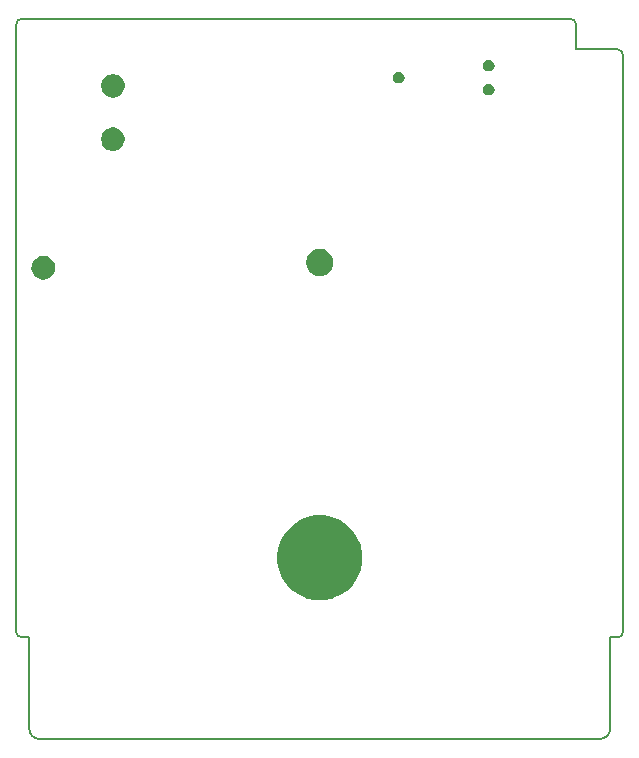
<source format=gbr>
G04 #@! TF.GenerationSoftware,KiCad,Pcbnew,5.1.2-f72e74a~84~ubuntu19.04.1*
G04 #@! TF.CreationDate,2019-06-20T20:29:00+03:00*
G04 #@! TF.ProjectId,GB-CART2M-A,47422d43-4152-4543-924d-2d412e6b6963,v1.1*
G04 #@! TF.SameCoordinates,Original*
G04 #@! TF.FileFunction,Soldermask,Bot*
G04 #@! TF.FilePolarity,Negative*
%FSLAX46Y46*%
G04 Gerber Fmt 4.6, Leading zero omitted, Abs format (unit mm)*
G04 Created by KiCad (PCBNEW 5.1.2-f72e74a~84~ubuntu19.04.1) date 2019-06-20 20:29:00*
%MOMM*%
%LPD*%
G04 APERTURE LIST*
%ADD10C,0.150000*%
%ADD11C,0.100000*%
G04 APERTURE END LIST*
D10*
X74800000Y-91400000D02*
G75*
G02X74300000Y-90900000I0J500000D01*
G01*
X74300000Y-39500000D02*
G75*
G02X74800000Y-39000000I500000J0D01*
G01*
X121200000Y-39000000D02*
G75*
G02X121700000Y-39500000I0J-500000D01*
G01*
X125200000Y-41600000D02*
G75*
G02X125700000Y-42100000I0J-500000D01*
G01*
X125700000Y-90900000D02*
G75*
G02X125200000Y-91400000I-500000J0D01*
G01*
X76300000Y-100000000D02*
G75*
G02X75400000Y-99100000I0J900000D01*
G01*
X124600000Y-99100000D02*
G75*
G02X123700000Y-100000000I-900000J0D01*
G01*
X121700000Y-39500000D02*
X121700000Y-41600000D01*
X74800000Y-39000000D02*
X121200000Y-39000000D01*
X125200000Y-41600000D02*
X121700000Y-41600000D01*
X74300000Y-90900000D02*
X74300000Y-39500000D01*
X75400000Y-91400000D02*
X74800000Y-91400000D01*
X75400000Y-99100000D02*
X75400000Y-91400000D01*
X125700000Y-90900000D02*
X125700000Y-42100000D01*
X124600000Y-91400000D02*
X125200000Y-91400000D01*
X124600000Y-99100000D02*
X124600000Y-91400000D01*
X76300000Y-100000000D02*
X123700000Y-100000000D01*
D11*
G36*
X101050081Y-81188346D02*
G01*
X101050083Y-81188347D01*
X101050084Y-81188347D01*
X101292095Y-81288591D01*
X101705240Y-81459721D01*
X102294866Y-81853697D01*
X102796303Y-82355134D01*
X103190279Y-82944760D01*
X103461654Y-83599919D01*
X103600000Y-84295431D01*
X103600000Y-85004569D01*
X103461654Y-85700081D01*
X103190279Y-86355240D01*
X102796303Y-86944866D01*
X102294866Y-87446303D01*
X101705240Y-87840279D01*
X101292095Y-88011409D01*
X101050084Y-88111653D01*
X101050083Y-88111653D01*
X101050081Y-88111654D01*
X100354569Y-88250000D01*
X99645431Y-88250000D01*
X98949919Y-88111654D01*
X98949917Y-88111653D01*
X98949916Y-88111653D01*
X98707905Y-88011409D01*
X98294760Y-87840279D01*
X97705134Y-87446303D01*
X97203697Y-86944866D01*
X96809721Y-86355240D01*
X96538346Y-85700081D01*
X96400000Y-85004569D01*
X96400000Y-84295431D01*
X96538346Y-83599919D01*
X96809721Y-82944760D01*
X97203697Y-82355134D01*
X97705134Y-81853697D01*
X98294760Y-81459721D01*
X98707905Y-81288591D01*
X98949916Y-81188347D01*
X98949917Y-81188347D01*
X98949919Y-81188346D01*
X99645431Y-81050000D01*
X100354569Y-81050000D01*
X101050081Y-81188346D01*
X101050081Y-81188346D01*
G37*
G36*
X76795090Y-59119214D02*
G01*
X76891689Y-59138429D01*
X77073678Y-59213811D01*
X77237463Y-59323249D01*
X77376751Y-59462537D01*
X77486189Y-59626322D01*
X77561571Y-59808311D01*
X77561571Y-59808313D01*
X77596805Y-59985443D01*
X77600000Y-60001509D01*
X77600000Y-60198491D01*
X77561571Y-60391689D01*
X77486189Y-60573678D01*
X77376751Y-60737463D01*
X77237463Y-60876751D01*
X77073678Y-60986189D01*
X76891689Y-61061571D01*
X76795090Y-61080785D01*
X76698493Y-61100000D01*
X76501507Y-61100000D01*
X76404910Y-61080785D01*
X76308311Y-61061571D01*
X76126322Y-60986189D01*
X75962537Y-60876751D01*
X75823249Y-60737463D01*
X75713811Y-60573678D01*
X75638429Y-60391689D01*
X75600000Y-60198491D01*
X75600000Y-60001509D01*
X75603196Y-59985443D01*
X75638429Y-59808313D01*
X75638429Y-59808311D01*
X75713811Y-59626322D01*
X75823249Y-59462537D01*
X75962537Y-59323249D01*
X76126322Y-59213811D01*
X76308311Y-59138429D01*
X76404910Y-59119214D01*
X76501507Y-59100000D01*
X76698493Y-59100000D01*
X76795090Y-59119214D01*
X76795090Y-59119214D01*
G37*
G36*
X100335443Y-58544194D02*
G01*
X100335446Y-58544195D01*
X100335445Y-58544195D01*
X100544728Y-58630883D01*
X100733083Y-58756738D01*
X100893262Y-58916917D01*
X101019117Y-59105272D01*
X101032851Y-59138429D01*
X101105806Y-59314557D01*
X101150000Y-59536735D01*
X101150000Y-59763265D01*
X101105806Y-59985443D01*
X101105805Y-59985445D01*
X101019117Y-60194728D01*
X101016601Y-60198493D01*
X100893263Y-60383082D01*
X100733082Y-60543263D01*
X100687561Y-60573679D01*
X100544728Y-60669117D01*
X100382855Y-60736167D01*
X100335443Y-60755806D01*
X100113265Y-60800000D01*
X99886735Y-60800000D01*
X99664557Y-60755806D01*
X99617145Y-60736167D01*
X99455272Y-60669117D01*
X99312439Y-60573679D01*
X99266918Y-60543263D01*
X99106737Y-60383082D01*
X98983399Y-60198493D01*
X98980883Y-60194728D01*
X98894195Y-59985445D01*
X98894194Y-59985443D01*
X98850000Y-59763265D01*
X98850000Y-59536735D01*
X98894194Y-59314557D01*
X98967149Y-59138429D01*
X98980883Y-59105272D01*
X99106738Y-58916917D01*
X99266917Y-58756738D01*
X99455272Y-58630883D01*
X99664555Y-58544195D01*
X99664554Y-58544195D01*
X99664557Y-58544194D01*
X99886735Y-58500000D01*
X100113265Y-58500000D01*
X100335443Y-58544194D01*
X100335443Y-58544194D01*
G37*
G36*
X82695090Y-48219215D02*
G01*
X82791689Y-48238429D01*
X82973678Y-48313811D01*
X83137463Y-48423249D01*
X83276751Y-48562537D01*
X83386189Y-48726322D01*
X83461571Y-48908311D01*
X83500000Y-49101509D01*
X83500000Y-49298491D01*
X83461571Y-49491689D01*
X83386189Y-49673678D01*
X83276751Y-49837463D01*
X83137463Y-49976751D01*
X82973678Y-50086189D01*
X82791689Y-50161571D01*
X82695090Y-50180785D01*
X82598493Y-50200000D01*
X82401507Y-50200000D01*
X82304910Y-50180785D01*
X82208311Y-50161571D01*
X82026322Y-50086189D01*
X81862537Y-49976751D01*
X81723249Y-49837463D01*
X81613811Y-49673678D01*
X81538429Y-49491689D01*
X81500000Y-49298491D01*
X81500000Y-49101509D01*
X81538429Y-48908311D01*
X81613811Y-48726322D01*
X81723249Y-48562537D01*
X81862537Y-48423249D01*
X82026322Y-48313811D01*
X82208311Y-48238429D01*
X82304910Y-48219214D01*
X82401507Y-48200000D01*
X82598493Y-48200000D01*
X82695090Y-48219215D01*
X82695090Y-48219215D01*
G37*
G36*
X82695090Y-43719215D02*
G01*
X82791689Y-43738429D01*
X82973678Y-43813811D01*
X83137463Y-43923249D01*
X83276751Y-44062537D01*
X83386189Y-44226322D01*
X83461571Y-44408311D01*
X83461571Y-44408313D01*
X83495140Y-44577072D01*
X83500000Y-44601509D01*
X83500000Y-44798491D01*
X83461571Y-44991689D01*
X83386189Y-45173678D01*
X83276751Y-45337463D01*
X83137463Y-45476751D01*
X82973678Y-45586189D01*
X82791689Y-45661571D01*
X82695090Y-45680785D01*
X82598493Y-45700000D01*
X82401507Y-45700000D01*
X82304910Y-45680785D01*
X82208311Y-45661571D01*
X82026322Y-45586189D01*
X81862537Y-45476751D01*
X81723249Y-45337463D01*
X81613811Y-45173678D01*
X81538429Y-44991689D01*
X81500000Y-44798491D01*
X81500000Y-44601509D01*
X81504861Y-44577072D01*
X81538429Y-44408313D01*
X81538429Y-44408311D01*
X81613811Y-44226322D01*
X81723249Y-44062537D01*
X81862537Y-43923249D01*
X82026322Y-43813811D01*
X82208311Y-43738429D01*
X82304910Y-43719215D01*
X82401507Y-43700000D01*
X82598493Y-43700000D01*
X82695090Y-43719215D01*
X82695090Y-43719215D01*
G37*
G36*
X114454474Y-44539734D02*
G01*
X114544613Y-44577070D01*
X114625736Y-44631275D01*
X114694725Y-44700264D01*
X114748930Y-44781387D01*
X114786266Y-44871526D01*
X114805300Y-44967217D01*
X114805300Y-45064783D01*
X114786266Y-45160474D01*
X114748930Y-45250613D01*
X114694725Y-45331736D01*
X114625736Y-45400725D01*
X114544613Y-45454930D01*
X114454474Y-45492266D01*
X114358783Y-45511300D01*
X114261217Y-45511300D01*
X114165526Y-45492266D01*
X114075387Y-45454930D01*
X113994264Y-45400725D01*
X113925275Y-45331736D01*
X113871070Y-45250613D01*
X113833734Y-45160474D01*
X113814700Y-45064783D01*
X113814700Y-44967217D01*
X113833734Y-44871526D01*
X113871070Y-44781387D01*
X113925275Y-44700264D01*
X113994264Y-44631275D01*
X114075387Y-44577070D01*
X114165526Y-44539734D01*
X114261217Y-44520700D01*
X114358783Y-44520700D01*
X114454474Y-44539734D01*
X114454474Y-44539734D01*
G37*
G36*
X106834474Y-43523734D02*
G01*
X106924613Y-43561070D01*
X107005736Y-43615275D01*
X107074725Y-43684264D01*
X107128930Y-43765387D01*
X107166266Y-43855526D01*
X107185300Y-43951217D01*
X107185300Y-44048783D01*
X107166266Y-44144474D01*
X107128930Y-44234613D01*
X107074725Y-44315736D01*
X107005736Y-44384725D01*
X106924613Y-44438930D01*
X106834474Y-44476266D01*
X106738783Y-44495300D01*
X106641217Y-44495300D01*
X106545526Y-44476266D01*
X106455387Y-44438930D01*
X106374264Y-44384725D01*
X106305275Y-44315736D01*
X106251070Y-44234613D01*
X106213734Y-44144474D01*
X106194700Y-44048783D01*
X106194700Y-43951217D01*
X106213734Y-43855526D01*
X106251070Y-43765387D01*
X106305275Y-43684264D01*
X106374264Y-43615275D01*
X106455387Y-43561070D01*
X106545526Y-43523734D01*
X106641217Y-43504700D01*
X106738783Y-43504700D01*
X106834474Y-43523734D01*
X106834474Y-43523734D01*
G37*
G36*
X114454474Y-42507734D02*
G01*
X114544613Y-42545070D01*
X114625736Y-42599275D01*
X114694725Y-42668264D01*
X114748930Y-42749387D01*
X114786266Y-42839526D01*
X114805300Y-42935217D01*
X114805300Y-43032783D01*
X114786266Y-43128474D01*
X114748930Y-43218613D01*
X114694725Y-43299736D01*
X114625736Y-43368725D01*
X114544613Y-43422930D01*
X114454474Y-43460266D01*
X114358783Y-43479300D01*
X114261217Y-43479300D01*
X114165526Y-43460266D01*
X114075387Y-43422930D01*
X113994264Y-43368725D01*
X113925275Y-43299736D01*
X113871070Y-43218613D01*
X113833734Y-43128474D01*
X113814700Y-43032783D01*
X113814700Y-42935217D01*
X113833734Y-42839526D01*
X113871070Y-42749387D01*
X113925275Y-42668264D01*
X113994264Y-42599275D01*
X114075387Y-42545070D01*
X114165526Y-42507734D01*
X114261217Y-42488700D01*
X114358783Y-42488700D01*
X114454474Y-42507734D01*
X114454474Y-42507734D01*
G37*
M02*

</source>
